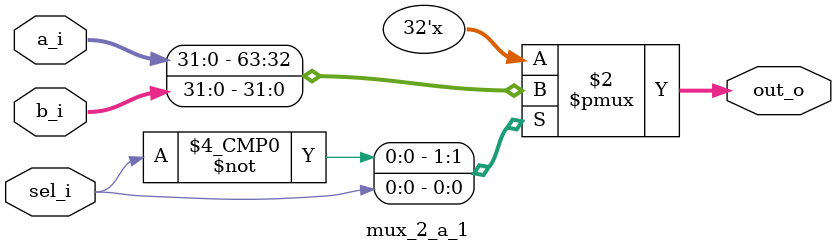
<source format=sv>
`timescale 1ns / 1ps


module mux_2_a_1(
    input   logic [31:0]  a_i,  
    input   logic [31:0]  b_i,
    input   logic         sel_i,
    
    
    output  logic [31:0]  out_o
    

);

    always_comb begin
        case (sel_i)
            1'b0:    out_o = a_i;
            
            1'b1:    out_o = b_i;
            
            default: out_o = '0;
           
        endcase
    end

endmodule
</source>
